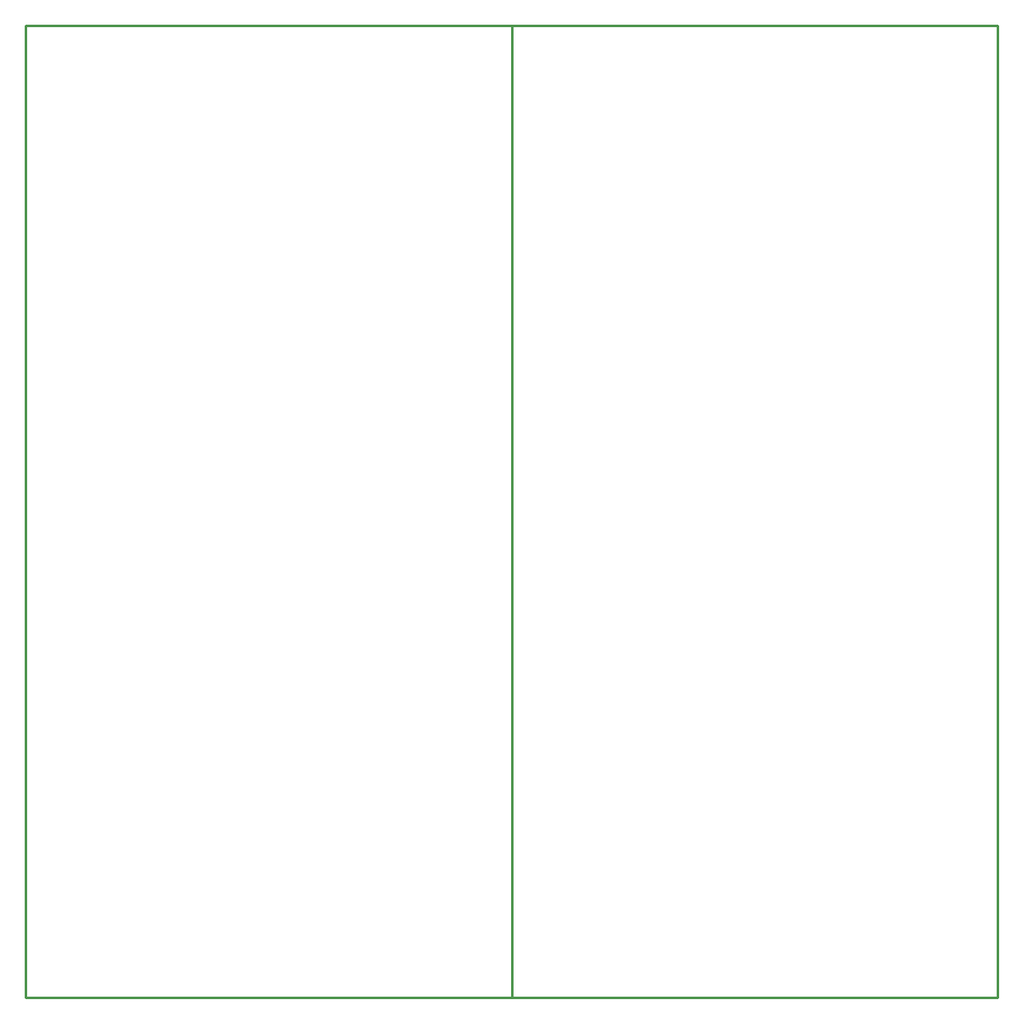
<source format=gko>
G04 Layer: BoardOutlineLayer*
G04 EasyEDA v6.5.15, 2022-10-09 18:36:16*
G04 2a5d3d0542d34b858b2f245c142da422,939f56e90c3d43cda586b760d259c3b5,10*
G04 Gerber Generator version 0.2*
G04 Scale: 100 percent, Rotated: No, Reflected: No *
G04 Dimensions in millimeters *
G04 leading zeros omitted , absolute positions ,4 integer and 5 decimal *
%FSLAX45Y45*%
%MOMM*%

%ADD10C,0.2540*%
D10*
X4999990Y-9999979D02*
G01*
X4999990Y0D01*
X0Y0D02*
G01*
X9999979Y0D01*
X9999985Y0D02*
G01*
X9999985Y-9999979D01*
X0Y-9999979D01*
X0Y0D01*

%LPD*%
M02*

</source>
